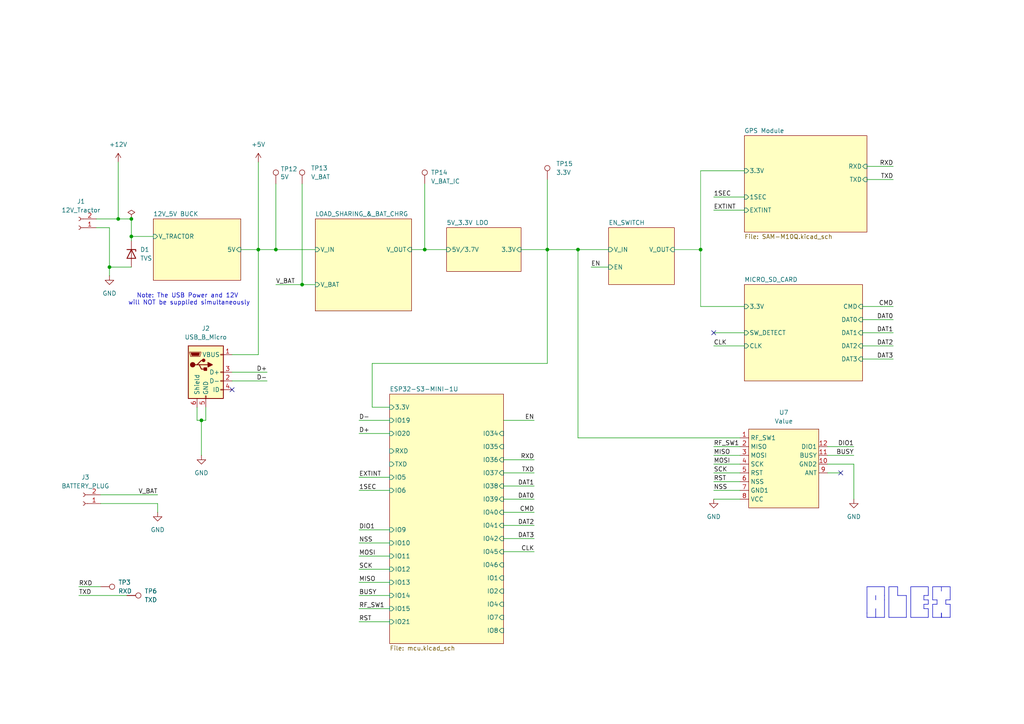
<source format=kicad_sch>
(kicad_sch (version 20250114) (generator "eeschema") (generator_version "9.0")
  (paper "A4")
  (title_block (title "Data Logger Rev1") (date "2025-07-29") (rev "Rev1") (company "California Strawberry Commission"))
  (lib_symbols
    (symbol "Connector:Conn_01x02_Socket" (pin_names (offset 1.016) (hide yes))
      (property "Reference" "J" (at 0 2.54 0))
      (property "Value" "Conn_01x02_Socket" (at 0 -5.08 0))
      (symbol "Conn_01x02_Socket_1_1"
        (polyline (pts (xy -1.27 0) (xy -0.508 0)) (stroke (width 0.1524)))
        (polyline (pts (xy -1.27 -2.54) (xy -0.508 -2.54)) (stroke (width 0.1524)))
        (arc (start 0 -0.508) (mid -0.5058 0) (end 0 0.508) (stroke (width 0.1524)))
        (arc (start 0 -3.048) (mid -0.5058 -2.54) (end 0 -2.032) (stroke (width 0.1524)))
        (pin passive line (at -5.08 0 0) (length 3.81) (name "Pin_1") (number "1"))
        (pin passive line (at -5.08 -2.54 0) (length 3.81) (name "Pin_2") (number "2"))
      )
    )
    (symbol "Connector:TestPoint" (pin_numbers (hide yes)) (pin_names (offset 0.762) (hide yes))
      (property "Reference" "TP" (at 0 6.858 0))
      (property "Value" "TestPoint" (at 0 5.08 0))
      (symbol "TestPoint_0_1"
        (circle (center 0 3.302) (radius 0.762))
      )
      (symbol "TestPoint_1_1"
        (pin passive line (at 0 0 90) (length 2.54) (name "1") (number "1"))
      )
    )
    (symbol "Connector:USB_B_Micro" (pin_names (offset 1.016))
      (property "Reference" "J2" (at 0 12.7 0))
      (property "Value" "USB_B_Micro" (at 0 10.16 0))
      (symbol "USB_B_Micro_0_1"
        (rectangle (start -5.08 7.62) (end 5.08 -7.62) (stroke (width 0.254)) (fill (type background)))
        (polyline (pts (xy -4.699 5.842) (xy -4.699 5.588) (xy -4.445 4.826) (xy -4.445 4.572) (xy -1.651 4.572) (xy -1.651 4.826) (xy -1.397 5.588) (xy -1.397 5.842) (xy -4.699 5.842)))
        (polyline (pts (xy -4.318 5.588) (xy -1.778 5.588) (xy -2.032 4.826) (xy -4.064 4.826) (xy -4.318 5.588)) (fill (type outline)))
        (circle (center -3.81 2.159) (radius 0.635) (stroke (width 0.254)) (fill (type outline)))
        (polyline (pts (xy -3.175 2.159) (xy -2.54 2.159) (xy -1.27 3.429) (xy -0.635 3.429)) (stroke (width 0.254)))
        (polyline (pts (xy -2.54 2.159) (xy -1.905 2.159) (xy -1.27 0.889) (xy 0 0.889)) (stroke (width 0.254)))
        (polyline (pts (xy -1.905 2.159) (xy 0.635 2.159)) (stroke (width 0.254)))
        (circle (center -0.635 3.429) (radius 0.381) (stroke (width 0.254)) (fill (type outline)))
        (rectangle (start -0.127 -7.62) (end 0.127 -6.858))
        (rectangle (start 0.254 1.27) (end -0.508 0.508) (stroke (width 0.254)) (fill (type outline)))
        (polyline (pts (xy 0.635 2.794) (xy 0.635 1.524) (xy 1.905 2.159) (xy 0.635 2.794)) (stroke (width 0.254)) (fill (type outline)))
        (rectangle (start 5.08 4.953) (end 4.318 5.207))
        (rectangle (start 5.08 -0.127) (end 4.318 0.127))
        (rectangle (start 5.08 -2.667) (end 4.318 -2.413))
        (rectangle (start 5.08 -5.207) (end 4.318 -4.953))
      )
      (symbol "USB_B_Micro_1_1"
        (pin passive line (at -2.54 -10.16 90) (length 2.54) (name "Shield") (number "6"))
        (pin power_out line (at 0 -10.16 90) (length 2.54) (name "GND") (number "5"))
        (pin power_out line (at 7.62 5.08 180) (length 2.54) (name "VBUS") (number "1"))
        (pin bidirectional line (at 7.62 0 180) (length 2.54) (name "D+") (number "3"))
        (pin bidirectional line (at 7.62 -2.54 180) (length 2.54) (name "D-") (number "2"))
        (pin passive line (at 7.62 -5.08 180) (length 2.54) (name "ID") (number "4"))
      )
    )
    (symbol "Diode:PTVS20VZ1USK" (pin_numbers (hide yes)) (pin_names (hide yes))
      (property "Reference" "D" (at 0 2.54 0))
      (property "Value" "PTVS20VZ1USK" (at 0 -2.54 0))
      (symbol "PTVS20VZ1USK_0_1"
        (polyline (pts (xy -1.27 -1.27) (xy -1.27 1.27) (xy -0.762 1.27)) (stroke (width 0.254)))
        (polyline (pts (xy 1.27 0) (xy -1.27 0)))
        (polyline (pts (xy 1.27 -1.27) (xy 1.27 1.27) (xy -1.27 0) (xy 1.27 -1.27)) (stroke (width 0.254)))
      )
      (symbol "PTVS20VZ1USK_1_1"
        (pin passive line (at -3.81 0 0) (length 2.54) (name "K") (number "1"))
        (pin passive line (at 3.81 0 180) (length 2.54) (name "A") (number "2"))
      )
    )
    (symbol "LoRa_Module:MODULE-WIO-SX1262"
      (property "Reference" "U7" (at 0 14.986 0))
      (property "Value" "Value" (at 0 12.446 0))
      (symbol "MODULE-WIO-SX1262_1_1"
        (rectangle (start -10.16 10.16) (end 10.16 -12.7) (stroke (width 0) (color 132 0 0 1)) (fill (type background)))
        (pin passive line (at -12.7 7.62 0) (length 2.54) (name "RF_SW1") (number "1"))
        (pin passive line (at -12.7 5.08 0) (length 2.54) (name "MISO") (number "2"))
        (pin passive line (at -12.7 2.54 0) (length 2.54) (name "MOSI") (number "3"))
        (pin passive line (at -12.7 0 0) (length 2.54) (name "SCK") (number "4"))
        (pin passive line (at -12.7 -2.54 0) (length 2.54) (name "RST") (number "5"))
        (pin passive line (at -12.7 -5.08 0) (length 2.54) (name "NSS") (number "6"))
        (pin passive line (at -12.7 -7.62 0) (length 2.54) (name "GND1") (number "7"))
        (pin passive line (at -12.7 -10.16 0) (length 2.54) (name "VCC") (number "8"))
        (pin passive line (at 12.7 5.08 180) (length 2.54) (name "DIO1") (number "12"))
        (pin passive line (at 12.7 2.54 180) (length 2.54) (name "BUSY") (number "11"))
        (pin passive line (at 12.7 0 180) (length 2.54) (name "GND2") (number "10"))
        (pin passive line (at 12.7 -2.54 180) (length 2.54) (name "ANT") (number "9"))
      )
    )
    (symbol "power:+12V" (power) (pin_numbers (hide yes)) (pin_names (offset 0) (hide yes))
      (property "Value" "+12V" (at 0 3.556 0))
      (symbol "+12V_0_1"
        (polyline (pts (xy -0.762 1.27) (xy 0 2.54)))
        (polyline (pts (xy 0 2.54) (xy 0.762 1.27)))
        (polyline (pts (xy 0 0) (xy 0 2.54)))
      )
      (symbol "+12V_1_1"
        (pin power_in line (at 0 0 90) (length 0) (name "~") (number "1"))
      )
    )
    (symbol "power:+5V" (power) (pin_numbers (hide yes)) (pin_names (offset 0) (hide yes))
      (property "Value" "+5V" (at 0 3.556 0))
      (symbol "+5V_0_1"
        (polyline (pts (xy -0.762 1.27) (xy 0 2.54)))
        (polyline (pts (xy 0 2.54) (xy 0.762 1.27)))
        (polyline (pts (xy 0 0) (xy 0 2.54)))
      )
      (symbol "+5V_1_1"
        (pin power_in line (at 0 0 90) (length 0) (name "~") (number "1"))
      )
    )
    (symbol "power:GND" (power) (pin_numbers (hide yes)) (pin_names (offset 0) (hide yes))
      (property "Value" "GND" (at 0 -3.81 0))
      (symbol "GND_0_1"
        (polyline (pts (xy 0 0) (xy 0 -1.27) (xy 1.27 -1.27) (xy 0 -2.54) (xy -1.27 -1.27) (xy 0 -1.27)))
      )
      (symbol "GND_1_1"
        (pin power_in line (at 0 0 270) (length 0) (name "~") (number "1"))
      )
    )
    (symbol "power:PWR_FLAG" (power) (pin_numbers (hide yes)) (pin_names (offset 0) (hide yes))
      (property "Value" "PWR_FLAG" (at 0 3.81 0))
      (symbol "PWR_FLAG_0_0"
        (pin power_out line (at 0 0 90) (length 0) (name "~") (number "1"))
      )
      (symbol "PWR_FLAG_0_1"
        (polyline (pts (xy 0 0) (xy 0 1.27) (xy -1.016 1.905) (xy 0 2.54) (xy 1.016 1.905) (xy 0 1.27)))
      )
    )
  )
  (text "Note: The USB Power and 12V \nwill NOT be supplied simultaneously\n" (at 54.864 86.868 0) (effects (font (size 1.27 1.27))))
  (junction (at 58.42 121.92))
  (junction (at 74.93 72.39))
  (junction (at 34.29 63.5))
  (junction (at 158.75 72.39))
  (junction (at 203.2 72.39))
  (junction (at 167.64 72.39))
  (junction (at 123.19 72.39))
  (junction (at 80.01 72.39))
  (junction (at 38.1 68.58))
  (junction (at 31.75 77.47))
  (junction (at 87.63 82.55))
  (junction (at 38.1 63.5))
  (no_connect (at 207.01 96.52))
  (no_connect (at 243.84 137.16))
  (no_connect (at 67.31 113.03))
  (polyline (pts (xy 267.97 172.72) (xy 267.97 173.99)))
  (polyline (pts (xy 251.46 177.8) (xy 251.46 179.07)))
  (wire (pts (xy 207.01 100.33) (xy 215.9 100.33)))
  (polyline (pts (xy 273.05 179.07) (xy 275.59 179.07)))
  (wire (pts (xy 80.01 53.34) (xy 80.01 72.39)))
  (wire (pts (xy 45.72 146.05) (xy 45.72 148.59)))
  (wire (pts (xy 104.14 165.1) (xy 113.03 165.1)))
  (wire (pts (xy 57.15 121.92) (xy 58.42 121.92)))
  (polyline (pts (xy 273.05 177.8) (xy 273.05 179.07)))
  (wire (pts (xy 104.14 176.53) (xy 113.03 176.53)))
  (polyline (pts (xy 270.51 179.07) (xy 273.05 179.07)))
  (wire (pts (xy 104.14 121.92) (xy 113.03 121.92)))
  (wire (pts (xy 146.05 148.59) (xy 154.94 148.59)))
  (wire (pts (xy 167.64 72.39) (xy 176.53 72.39)))
  (wire (pts (xy 214.63 132.08) (xy 207.01 132.08)))
  (polyline (pts (xy 269.24 172.72) (xy 267.97 172.72)))
  (wire (pts (xy 67.31 110.49) (xy 77.47 110.49)))
  (polyline (pts (xy 269.24 173.99) (xy 269.24 175.26)))
  (polyline (pts (xy 271.78 173.99) (xy 271.78 175.26)))
  (wire (pts (xy 146.05 144.78) (xy 154.94 144.78)))
  (polyline (pts (xy 254 179.07) (xy 251.46 179.07)))
  (wire (pts (xy 22.86 170.18) (xy 29.21 170.18)))
  (polyline (pts (xy 260.35 172.72) (xy 260.35 170.18)))
  (wire (pts (xy 171.45 77.47) (xy 176.53 77.47)))
  (wire (pts (xy 167.64 72.39) (xy 167.64 127)))
  (wire (pts (xy 146.05 156.21) (xy 154.94 156.21)))
  (polyline (pts (xy 257.81 170.18) (xy 260.35 170.18)))
  (polyline (pts (xy 256.54 173.99) (xy 256.54 179.07)))
  (wire (pts (xy 31.75 77.47) (xy 31.75 80.01)))
  (wire (pts (xy 247.65 132.08) (xy 240.03 132.08)))
  (polyline (pts (xy 262.89 179.07) (xy 262.89 172.72)))
  (polyline (pts (xy 270.51 170.18) (xy 271.78 170.18)))
  (wire (pts (xy 31.75 77.47) (xy 38.1 77.47)))
  (wire (pts (xy 74.93 102.87) (xy 74.93 72.39)))
  (wire (pts (xy 67.31 102.87) (xy 74.93 102.87)))
  (wire (pts (xy 113.03 118.11) (xy 107.95 118.11)))
  (wire (pts (xy 119.38 72.39) (xy 123.19 72.39)))
  (polyline (pts (xy 275.59 175.26) (xy 274.32 175.26)))
  (polyline (pts (xy 256.54 172.72) (xy 256.54 173.99)))
  (wire (pts (xy 247.65 134.62) (xy 247.65 144.78)))
  (wire (pts (xy 250.19 104.14) (xy 259.08 104.14)))
  (polyline (pts (xy 267.97 173.99) (xy 269.24 173.99)))
  (wire (pts (xy 207.01 142.24) (xy 214.63 142.24)))
  (wire (pts (xy 146.05 133.35) (xy 154.94 133.35)))
  (wire (pts (xy 80.01 82.55) (xy 87.63 82.55)))
  (wire (pts (xy 251.46 52.07) (xy 259.08 52.07)))
  (polyline (pts (xy 256.54 179.07) (xy 254 179.07)))
  (wire (pts (xy 104.14 153.67) (xy 113.03 153.67)))
  (wire (pts (xy 34.29 63.5) (xy 38.1 63.5)))
  (wire (pts (xy 207.01 57.15) (xy 215.9 57.15)))
  (polyline (pts (xy 257.81 179.07) (xy 262.89 179.07)))
  (polyline (pts (xy 273.05 170.18) (xy 273.05 171.45)))
  (wire (pts (xy 151.13 72.39) (xy 158.75 72.39)))
  (wire (pts (xy 251.46 48.26) (xy 259.08 48.26)))
  (polyline (pts (xy 264.16 179.07) (xy 264.16 170.18)))
  (wire (pts (xy 247.65 129.54) (xy 240.03 129.54)))
  (wire (pts (xy 146.05 121.92) (xy 154.94 121.92)))
  (polyline (pts (xy 262.89 172.72) (xy 260.35 172.72)))
  (polyline (pts (xy 274.32 175.26) (xy 274.32 173.99)))
  (polyline (pts (xy 275.59 179.07) (xy 275.59 175.26)))
  (wire (pts (xy 203.2 49.53) (xy 215.9 49.53)))
  (polyline (pts (xy 251.46 177.8) (xy 251.46 170.18)))
  (wire (pts (xy 104.14 161.29) (xy 113.03 161.29)))
  (wire (pts (xy 203.2 88.9) (xy 215.9 88.9)))
  (wire (pts (xy 69.85 72.39) (xy 74.93 72.39)))
  (polyline (pts (xy 264.16 179.07) (xy 269.24 179.07)))
  (wire (pts (xy 104.14 142.24) (xy 113.03 142.24)))
  (wire (pts (xy 207.01 60.96) (xy 215.9 60.96)))
  (polyline (pts (xy 271.78 175.26) (xy 270.51 175.26)))
  (polyline (pts (xy 273.05 179.07) (xy 273.05 177.8)))
  (wire (pts (xy 214.63 144.78) (xy 207.01 144.78)))
  (wire (pts (xy 203.2 72.39) (xy 203.2 88.9)) (stroke (width 0.127)))
  (wire (pts (xy 158.75 105.41) (xy 158.75 72.39)))
  (wire (pts (xy 203.2 49.53) (xy 203.2 72.39)) (stroke (width 0.127)))
  (polyline (pts (xy 270.51 170.18) (xy 270.51 173.99)))
  (wire (pts (xy 58.42 132.08) (xy 58.42 121.92)))
  (polyline (pts (xy 254 172.72) (xy 254 173.99)))
  (polyline (pts (xy 270.51 173.99) (xy 271.78 173.99)))
  (wire (pts (xy 146.05 160.02) (xy 154.94 160.02)))
  (wire (pts (xy 214.63 137.16) (xy 207.01 137.16)))
  (polyline (pts (xy 251.46 170.18) (xy 256.54 170.18)))
  (wire (pts (xy 29.21 143.51) (xy 45.72 143.51)))
  (wire (pts (xy 158.75 52.07) (xy 158.75 72.39)))
  (wire (pts (xy 195.58 72.39) (xy 203.2 72.39)) (stroke (width 0.127)))
  (wire (pts (xy 38.1 68.58) (xy 44.45 68.58)))
  (polyline (pts (xy 254 177.8) (xy 254 179.07)))
  (polyline (pts (xy 264.16 170.18) (xy 269.24 170.18)))
  (polyline (pts (xy 267.97 176.53) (xy 269.24 176.53)))
  (polyline (pts (xy 270.51 175.26) (xy 270.51 179.07)))
  (wire (pts (xy 27.94 66.04) (xy 31.75 66.04)))
  (polyline (pts (xy 269.24 176.53) (xy 269.24 179.07)))
  (wire (pts (xy 146.05 137.16) (xy 154.94 137.16)))
  (wire (pts (xy 57.15 118.11) (xy 57.15 121.92)))
  (polyline (pts (xy 267.97 175.26) (xy 267.97 176.53)))
  (wire (pts (xy 59.69 118.11) (xy 59.69 121.92)))
  (wire (pts (xy 104.14 138.43) (xy 113.03 138.43)))
  (wire (pts (xy 67.31 107.95) (xy 77.47 107.95)))
  (polyline (pts (xy 256.54 170.18) (xy 256.54 172.72)))
  (wire (pts (xy 214.63 129.54) (xy 207.01 129.54)))
  (polyline (pts (xy 273.05 170.18) (xy 274.32 170.18)))
  (wire (pts (xy 240.03 137.16) (xy 243.84 137.16)))
  (polyline (pts (xy 269.24 175.26) (xy 267.97 175.26)))
  (wire (pts (xy 250.19 92.71) (xy 259.08 92.71)))
  (wire (pts (xy 214.63 134.62) (xy 207.01 134.62)))
  (wire (pts (xy 104.14 168.91) (xy 113.03 168.91)))
  (wire (pts (xy 104.14 125.73) (xy 113.03 125.73)))
  (wire (pts (xy 29.21 146.05) (xy 45.72 146.05)))
  (polyline (pts (xy 271.78 170.18) (xy 273.05 170.18)))
  (wire (pts (xy 31.75 66.04) (xy 31.75 77.47)))
  (wire (pts (xy 91.44 72.39) (xy 80.01 72.39)))
  (polyline (pts (xy 254 176.53) (xy 254 177.8)))
  (wire (pts (xy 58.42 121.92) (xy 59.69 121.92)))
  (wire (pts (xy 250.19 100.33) (xy 259.08 100.33)))
  (wire (pts (xy 167.64 127) (xy 214.63 127)))
  (wire (pts (xy 74.93 72.39) (xy 80.01 72.39)))
  (wire (pts (xy 27.94 63.5) (xy 34.29 63.5)))
  (wire (pts (xy 214.63 139.7) (xy 207.01 139.7)))
  (wire (pts (xy 87.63 53.34) (xy 87.63 82.55)))
  (polyline (pts (xy 275.59 170.18) (xy 274.32 170.18)))
  (wire (pts (xy 104.14 172.72) (xy 113.03 172.72)))
  (wire (pts (xy 34.29 46.99) (xy 34.29 63.5)))
  (wire (pts (xy 22.86 172.72) (xy 36.83 172.72)))
  (wire (pts (xy 107.95 118.11) (xy 107.95 105.41)))
  (wire (pts (xy 87.63 82.55) (xy 91.44 82.55)))
  (wire (pts (xy 146.05 140.97) (xy 154.94 140.97)))
  (polyline (pts (xy 257.81 170.18) (xy 257.81 179.07)))
  (wire (pts (xy 250.19 96.52) (xy 259.08 96.52)))
  (wire (pts (xy 247.65 134.62) (xy 240.03 134.62)))
  (wire (pts (xy 250.19 88.9) (xy 259.08 88.9)))
  (wire (pts (xy 74.93 46.99) (xy 74.93 72.39)))
  (wire (pts (xy 38.1 63.5) (xy 38.1 68.58)))
  (wire (pts (xy 123.19 72.39) (xy 123.19 53.34)))
  (polyline (pts (xy 269.24 170.18) (xy 269.24 172.72)))
  (wire (pts (xy 104.14 180.34) (xy 113.03 180.34)))
  (wire (pts (xy 123.19 72.39) (xy 129.54 72.39)))
  (wire (pts (xy 104.14 157.48) (xy 113.03 157.48)))
  (polyline (pts (xy 275.59 173.99) (xy 275.59 170.18)))
  (wire (pts (xy 207.01 96.52) (xy 215.9 96.52)))
  (wire (pts (xy 146.05 152.4) (xy 154.94 152.4)))
  (wire (pts (xy 107.95 105.41) (xy 158.75 105.41)))
  (wire (pts (xy 38.1 69.85) (xy 38.1 68.58)))
  (polyline (pts (xy 274.32 173.99) (xy 275.59 173.99)))
  (wire (pts (xy 158.75 72.39) (xy 167.64 72.39)))
  (label "D-" (at 104.14 121.92 0))
  (label "RF_SW1" (at 104.14 176.53 0))
  (label "EXTINT" (at 104.14 138.43 0))
  (label "RST" (at 207.01 139.7 0))
  (label "CLK" (at 207.01 100.33 0))
  (label "SCK" (at 207.01 137.16 0))
  (label "MOSI" (at 104.14 161.29 0))
  (label "DAT3" (at 259.08 104.14 180))
  (label "RST" (at 104.14 180.34 0))
  (label "EXTINT" (at 207.01 60.96 0))
  (label "NSS" (at 207.01 142.24 0))
  (label "SCK" (at 104.14 165.1 0))
  (label "DIO1" (at 247.65 129.54 180))
  (label "BUSY" (at 104.14 172.72 0))
  (label "DAT2" (at 259.08 100.33 180))
  (label "V_BAT" (at 80.01 82.55 0))
  (label "CLK" (at 154.94 160.02 180))
  (label "TXD" (at 154.94 137.16 180))
  (label "TXD" (at 22.86 172.72 0))
  (label "TXD" (at 259.08 52.07 180))
  (label "RXD" (at 22.86 170.18 0))
  (label "MISO" (at 104.14 168.91 0))
  (label "EN" (at 154.94 121.92 180))
  (label "1SEC" (at 207.01 57.15 0))
  (label "NSS" (at 104.14 157.48 0))
  (label "BUSY" (at 247.65 132.08 180))
  (label "DIO1" (at 104.14 153.67 0))
  (label "DAT1" (at 154.94 140.97 180))
  (label "RF_SW1" (at 207.01 129.54 0))
  (label "MOSI" (at 207.01 134.62 0))
  (label "DAT0" (at 259.08 92.71 180))
  (label "MISO" (at 207.01 132.08 0))
  (label "D+" (at 77.47 107.95 180))
  (label "RXD" (at 154.94 133.35 180))
  (label "D+" (at 104.14 125.73 0))
  (label "1SEC" (at 104.14 142.24 0))
  (label "DAT3" (at 154.94 156.21 180))
  (label "CMD" (at 259.08 88.9 180))
  (label "V_BAT" (at 45.72 143.51 180))
  (label "DAT2" (at 154.94 152.4 180))
  (label "CMD" (at 154.94 148.59 180))
  (label "EN" (at 171.45 77.47 0))
  (label "RXD" (at 259.08 48.26 180))
  (label "DAT0" (at 154.94 144.78 180))
  (label "DAT1" (at 259.08 96.52 180))
  (label "D-" (at 77.47 110.49 180))
  (symbol (lib_id "LoRa_Module:MODULE-WIO-SX1262") (at 227.33 134.62 0) (unit 1)
    (property "Reference" "U7" (at 227.33 119.634 0))
    (property "Value" "Value" (at 227.33 122.174 0))
    (property "Footprint" "footprints:Wio-SX1262 PCB Package" (effects (hide yes)))
    (property "Datasheet" "https://www.digikey.com/en/products/detail/seeed-technology-co-ltd/114993390/25835823" (effects (hide yes)))
  )
  (symbol (lib_id "power:GND") (at 207.01 144.78 0) (mirror y) (unit 1)
    (property "Reference" "#PWR021" (effects (hide yes)))
    (property "Value" "GND" (at 207.01 149.86 0))
    (property "Description" "Power symbol creates a global label with name \"GND\" , ground" (effects (hide yes)))
  )
  (symbol (lib_id "Connector:TestPoint") (at 36.83 172.72 270) (unit 1)
    (property "Reference" "TP6" (at 41.91 171.4499 90) (effects (justify left)))
    (property "Value" "TXD" (at 41.91 173.9899 90) (effects (justify left)))
    (property "Footprint" "TestPoint:TestPoint_Pad_D2.5mm" (effects (hide yes)))
    (property "Datasheet" "https://www.digikey.com/en/products/detail/te-connectivity-amp-connectors/rct-0c/2366050" (effects (hide yes)))
    (property "Description" "test point" (effects (hide yes)))
    (property "Part #" "rct-0c" (effects (hide yes)))
  )
  (symbol (lib_id "power:PWR_FLAG") (at 38.1 63.5 0) (unit 1)
    (property "Reference" "#FLG01" (effects (hide yes)))
    (property "Value" "PWR_FLAG" (effects (hide yes)))
    (property "Description" "Special symbol for telling ERC where power comes from" (effects (hide yes)))
  )
  (symbol (lib_id "Connector:USB_B_Micro") (at 59.69 107.95 0) (unit 1)
    (property "Reference" "J2" (at 59.69 95.25 0))
    (property "Value" "USB_B_Micro" (at 59.69 97.79 0))
    (property "Footprint" "Connector_USB:USB_Micro-B_Amphenol_10118193-0001LF_Horizontal" (effects (hide yes)))
    (property "Description" "USB Micro Type B connector" (effects (hide yes)))
    (property "Part #" "10118193-0001LF" (effects (hide yes)))
  )
  (symbol (lib_id "power:GND") (at 58.42 132.08 0) (unit 1)
    (property "Reference" "#PWR01" (effects (hide yes)))
    (property "Value" "GND" (at 58.42 137.16 0))
    (property "Description" "Power symbol creates a global label with name \"GND\" , ground" (effects (hide yes)))
  )
  (symbol (lib_id "power:GND") (at 31.75 80.01 0) (unit 1)
    (property "Reference" "#PWR02" (effects (hide yes)))
    (property "Value" "GND" (at 31.75 85.09 0))
    (property "Description" "Power symbol creates a global label with name \"GND\" , ground" (effects (hide yes)))
  )
  (symbol (lib_id "Connector:TestPoint") (at 80.01 53.34 0) (unit 1)
    (property "Reference" "TP12" (at 83.82 49.022 0))
    (property "Value" "5V" (at 82.55 51.308 0))
    (property "Footprint" "TestPoint:TestPoint_Pad_D2.5mm" (effects (hide yes)))
    (property "Datasheet" "https://www.digikey.com/en/products/detail/te-connectivity-amp-connectors/rct-0c/2366050" (effects (hide yes)))
    (property "Description" "test point" (effects (hide yes)))
    (property "Part #" "rct-0c" (effects (hide yes)))
  )
  (symbol (lib_id "Connector:Conn_01x02_Socket") (at 24.13 146.05 180) (unit 1)
    (property "Reference" "J3" (at 24.765 138.43 0))
    (property "Value" "BATTERY_PLUG" (at 24.765 140.97 0))
    (property "Footprint" "footprints:PHOENIX_1725656" (effects (hide yes)))
    (property "Description" "Generic connector, single row, 01x02, script generated" (effects (hide yes)))
    (property "Part #" "1725656" (effects (hide yes)))
  )
  (symbol (lib_id "Diode:PTVS20VZ1USK") (at 38.1 73.66 270) (unit 1)
    (property "Reference" "D1" (at 40.64 72.3899 90) (effects (justify left)))
    (property "Value" "TVS" (at 40.64 74.9299 90) (effects (justify left)))
    (property "Footprint" "Diode_SMD:D_SOD-523" (effects (hide yes)))
    (property "Datasheet" "https://assets.nexperia.com/documents/data-sheet/PTVS20VZ1USK.pdf" (effects (hide yes)))
    (property "Description" "20V, 2000W TVS unidirectional diode, DSN1608-2" (effects (hide yes)))
    (property "Part #" "PTVS20VZ1USK" (effects (hide yes)))
  )
  (symbol (lib_id "power:GND") (at 45.72 148.59 0) (unit 1)
    (property "Reference" "#PWR04" (effects (hide yes)))
    (property "Value" "GND" (at 45.72 153.67 0))
    (property "Description" "Power symbol creates a global label with name \"GND\" , ground" (effects (hide yes)))
  )
  (symbol (lib_id "Connector:TestPoint") (at 158.75 52.07 0) (unit 1)
    (property "Reference" "TP15" (at 161.29 47.4979 0) (effects (justify left)))
    (property "Value" "3.3V" (at 161.29 50.0379 0) (effects (justify left)))
    (property "Footprint" "TestPoint:TestPoint_Pad_D2.5mm" (effects (hide yes)))
    (property "Datasheet" "https://www.digikey.com/en/products/detail/te-connectivity-amp-connectors/rct-0c/2366050" (effects (hide yes)))
    (property "Description" "test point" (effects (hide yes)))
    (property "Part #" "rct-0c" (effects (hide yes)))
  )
  (symbol (lib_id "power:+12V") (at 34.29 46.99 0) (unit 1)
    (property "Reference" "#PWR03" (effects (hide yes)))
    (property "Value" "+12V" (at 34.29 41.91 0))
    (property "Description" "Power symbol creates a global label with name \"+12V\"" (effects (hide yes)))
  )
  (symbol (lib_id "power:GND") (at 247.65 144.78 0) (mirror y) (unit 1)
    (property "Reference" "#PWR022" (effects (hide yes)))
    (property "Value" "GND" (at 247.65 149.86 0))
    (property "Description" "Power symbol creates a global label with name \"GND\" , ground" (effects (hide yes)))
  )
  (symbol (lib_id "power:+5V") (at 74.93 46.99 0) (unit 1)
    (property "Reference" "#PWR06" (effects (hide yes)))
    (property "Value" "+5V" (at 74.93 41.91 0))
    (property "Description" "Power symbol creates a global label with name \"+5V\"" (effects (hide yes)))
  )
  (symbol (lib_id "Connector:Conn_01x02_Socket") (at 22.86 66.04 180) (unit 1)
    (property "Reference" "J1" (at 23.495 58.42 0))
    (property "Value" "12V_Tractor" (at 23.495 60.96 0))
    (property "Footprint" "footprints:PHOENIX_1725656" (effects (hide yes)))
    (property "Description" "Generic connector, single row, 01x02, script generated" (effects (hide yes)))
    (property "Part #" "1725656" (effects (hide yes)))
  )
  (symbol (lib_id "Connector:TestPoint") (at 29.21 170.18 270) (unit 1)
    (property "Reference" "TP3" (at 34.29 168.9099 90) (effects (justify left)))
    (property "Value" "RXD" (at 34.29 171.4499 90) (effects (justify left)))
    (property "Footprint" "TestPoint:TestPoint_Pad_D2.5mm" (effects (hide yes)))
    (property "Datasheet" "https://www.digikey.com/en/products/detail/te-connectivity-amp-connectors/rct-0c/2366050" (effects (hide yes)))
    (property "Description" "test point" (effects (hide yes)))
    (property "Part #" "rct-0c" (effects (hide yes)))
  )
  (symbol (lib_id "Connector:TestPoint") (at 123.19 53.34 0) (unit 1)
    (property "Reference" "TP14" (at 124.968 50.038 0) (effects (justify left)))
    (property "Value" "V_BAT_IC" (at 124.968 52.578 0) (effects (justify left)))
    (property "Footprint" "TestPoint:TestPoint_Pad_D2.5mm" (effects (hide yes)))
    (property "Datasheet" "https://www.digikey.com/en/products/detail/te-connectivity-amp-connectors/rct-0c/2366050" (effects (hide yes)))
    (property "Description" "test point" (effects (hide yes)))
    (property "Part #" "rct-0c" (effects (hide yes)))
  )
  (symbol (lib_id "Connector:TestPoint") (at 87.63 53.34 0) (unit 1)
    (property "Reference" "TP13" (at 90.17 48.7679 0) (effects (justify left)))
    (property "Value" "V_BAT" (at 90.17 51.3079 0) (effects (justify left)))
    (property "Footprint" "TestPoint:TestPoint_Pad_D2.5mm" (effects (hide yes)))
    (property "Datasheet" "https://www.digikey.com/en/products/detail/te-connectivity-amp-connectors/rct-0c/2366050" (effects (hide yes)))
    (property "Description" "test point" (effects (hide yes)))
    (property "Part #" "rct-0c" (effects (hide yes)))
  )
  (sheet (at 215.9 82.55) (size 34.29 27.94) (stroke (width 0.1524)) (fill (color 255 255 194 1.0000))
    (property "Sheetname" "MICRO_SD_CARD" (at 215.9 81.8384 0) (effects (justify left bottom)))
    (property "Sheetfile" "sd_card.kicad_sch" (effects (hide yes)))
    (pin "3.3V" input (at 215.9 88.9 180))
    (pin "CLK" input (at 215.9 100.33 180))
    (pin "CMD" input (at 250.19 88.9 0))
    (pin "DAT0" input (at 250.19 92.71 0))
    (pin "DAT1" input (at 250.19 96.52 0))
    (pin "DAT2" input (at 250.19 100.33 0))
    (pin "DAT3" input (at 250.19 104.14 0))
    (pin "SW_DETECT" input (at 215.9 96.52 180))
  )
  (sheet (at 215.9 39.37) (size 35.56 27.94) (stroke (width 0.1524)) (fill (color 255 255 194 1.0000))
    (property "Sheetname" "GPS Module" (at 215.9 38.6584 0) (effects (justify left bottom)))
    (property "Sheetfile" "SAM-M10Q.kicad_sch" (at 215.9 67.8946 0) (effects (justify left top)))
    (pin "1SEC" input (at 215.9 57.15 180))
    (pin "3.3V" input (at 215.9 49.53 180))
    (pin "EXTINT" input (at 215.9 60.96 180))
    (pin "RXD" input (at 251.46 48.26 0))
    (pin "TXD" input (at 251.46 52.07 0))
  )
  (sheet (at 176.53 66.04) (size 19.05 16.51) (stroke (width 0.1524)) (fill (color 255 255 194 1.0000))
    (property "Sheetname" "EN_SWITCH" (at 176.53 65.3284 0) (effects (justify left bottom)))
    (property "Sheetfile" "AP22653Q.kicad_sch" (effects (hide yes)))
    (pin "EN" input (at 176.53 77.47 180))
    (pin "V_IN" input (at 176.53 72.39 180))
    (pin "V_OUT" input (at 195.58 72.39 0))
  )
  (sheet (at 44.45 63.5) (size 25.4 17.78) (stroke (width 0.1524)) (fill (color 255 255 194 1.0000))
    (property "Sheetname" "12V_5V BUCK" (at 44.45 62.7884 0) (effects (justify left bottom)))
    (property "Sheetfile" "input_filtering.kicad_sch" (effects (hide yes)))
    (pin "V_TRACTOR" input (at 44.45 68.58 180))
    (pin "5V" input (at 69.85 72.39 0))
  )
  (sheet (at 113.03 114.3) (size 33.02 72.39) (stroke (width 0.1524)) (fill (color 255 255 194 1.0000))
    (property "Sheetname" "ESP32-S3-MINI-1U" (at 113.03 113.5884 0) (effects (justify left bottom)))
    (property "Sheetfile" "mcu.kicad_sch" (at 113.03 187.2746 0) (effects (justify left top)))
    (pin "RXD" input (at 113.03 130.81 180))
    (pin "TXD" input (at 113.03 134.62 180))
    (pin "3.3V" input (at 113.03 118.11 180))
    (pin "IO37" input (at 146.05 137.16 0))
    (pin "IO20" input (at 113.03 125.73 180))
    (pin "IO35" input (at 146.05 129.54 0))
    (pin "IO36" input (at 146.05 133.35 0))
    (pin "IO19" input (at 113.03 121.92 180))
    (pin "IO34" input (at 146.05 125.73 0))
    (pin "IO40" input (at 146.05 148.59 0))
    (pin "IO38" input (at 146.05 140.97 0))
    (pin "IO5" input (at 113.03 138.43 180))
    (pin "IO6" input (at 113.03 142.24 180))
    (pin "IO39" input (at 146.05 144.78 0))
    (pin "IO41" input (at 146.05 152.4 0))
    (pin "IO42" input (at 146.05 156.21 0))
    (pin "IO45" input (at 146.05 160.02 0))
    (pin "IO9" input (at 113.03 153.67 180))
    (pin "IO10" input (at 113.03 157.48 180))
    (pin "IO11" input (at 113.03 161.29 180))
    (pin "IO12" input (at 113.03 165.1 180))
    (pin "IO13" input (at 113.03 168.91 180))
    (pin "IO14" input (at 113.03 172.72 180))
    (pin "IO46" input (at 146.05 163.83 0))
    (pin "IO1" input (at 146.05 167.64 0))
    (pin "IO2" input (at 146.05 171.45 0))
    (pin "IO4" input (at 146.05 175.26 0))
    (pin "IO7" input (at 146.05 179.07 0))
    (pin "IO8" input (at 146.05 182.88 0))
    (pin "IO15" input (at 113.03 176.53 180))
    (pin "IO21" input (at 113.03 180.34 180))
  )
  (sheet (at 129.54 66.04) (size 21.59 12.7) (stroke (width 0.1524)) (fill (color 255 255 194 1.0000))
    (property "Sheetname" "5V_3.3V LDO" (at 129.54 65.3284 0) (effects (justify left bottom)))
    (property "Sheetfile" "ldo.kicad_sch" (effects (hide yes)))
    (pin "3.3V" input (at 151.13 72.39 0))
    (pin "5V{slash}3.7V" input (at 129.54 72.39 180))
  )
  (sheet (at 91.44 63.5) (size 27.94 26.67) (stroke (width 0.1524)) (fill (color 255 255 194 1.0000))
    (property "Sheetname" "LOAD_SHARING_&_BAT_CHRG" (at 91.44 62.7884 0) (effects (justify left bottom)))
    (property "Sheetfile" "battery_management.kicad_sch" (effects (hide yes)))
    (pin "V_BAT" input (at 91.44 82.55 180))
    (pin "V_IN" input (at 91.44 72.39 180))
    (pin "V_OUT" input (at 119.38 72.39 0))
  )
)
</source>
